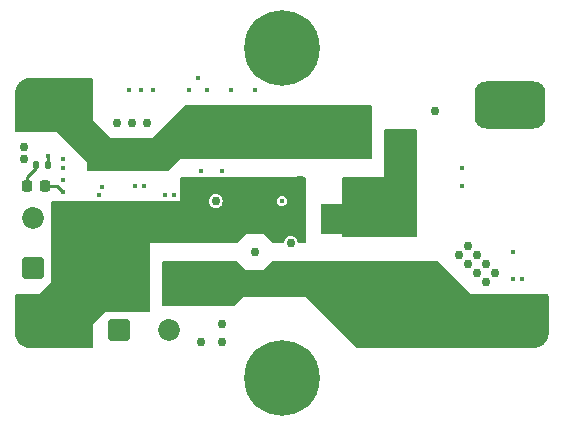
<source format=gbr>
%TF.GenerationSoftware,KiCad,Pcbnew,(7.0.0-0)*%
%TF.CreationDate,2023-08-11T18:05:37-07:00*%
%TF.ProjectId,Headlights_Driver,48656164-6c69-4676-9874-735f44726976,rev?*%
%TF.SameCoordinates,Original*%
%TF.FileFunction,Copper,L4,Bot*%
%TF.FilePolarity,Positive*%
%FSLAX46Y46*%
G04 Gerber Fmt 4.6, Leading zero omitted, Abs format (unit mm)*
G04 Created by KiCad (PCBNEW (7.0.0-0)) date 2023-08-11 18:05:37*
%MOMM*%
%LPD*%
G01*
G04 APERTURE LIST*
G04 Aperture macros list*
%AMRoundRect*
0 Rectangle with rounded corners*
0 $1 Rounding radius*
0 $2 $3 $4 $5 $6 $7 $8 $9 X,Y pos of 4 corners*
0 Add a 4 corners polygon primitive as box body*
4,1,4,$2,$3,$4,$5,$6,$7,$8,$9,$2,$3,0*
0 Add four circle primitives for the rounded corners*
1,1,$1+$1,$2,$3*
1,1,$1+$1,$4,$5*
1,1,$1+$1,$6,$7*
1,1,$1+$1,$8,$9*
0 Add four rect primitives between the rounded corners*
20,1,$1+$1,$2,$3,$4,$5,0*
20,1,$1+$1,$4,$5,$6,$7,0*
20,1,$1+$1,$6,$7,$8,$9,0*
20,1,$1+$1,$8,$9,$2,$3,0*%
G04 Aperture macros list end*
%TA.AperFunction,ComponentPad*%
%ADD10C,0.600000*%
%TD*%
%TA.AperFunction,SMDPad,CuDef*%
%ADD11R,2.400000X1.650000*%
%TD*%
%TA.AperFunction,ComponentPad*%
%ADD12C,0.800000*%
%TD*%
%TA.AperFunction,ComponentPad*%
%ADD13C,6.400000*%
%TD*%
%TA.AperFunction,ComponentPad*%
%ADD14RoundRect,0.250000X-0.675000X-0.675000X0.675000X-0.675000X0.675000X0.675000X-0.675000X0.675000X0*%
%TD*%
%TA.AperFunction,ComponentPad*%
%ADD15C,1.850000*%
%TD*%
%TA.AperFunction,SMDPad,CuDef*%
%ADD16RoundRect,1.000000X2.000000X-1.000000X2.000000X1.000000X-2.000000X1.000000X-2.000000X-1.000000X0*%
%TD*%
%TA.AperFunction,SMDPad,CuDef*%
%ADD17RoundRect,0.135000X0.135000X0.185000X-0.135000X0.185000X-0.135000X-0.185000X0.135000X-0.185000X0*%
%TD*%
%TA.AperFunction,SMDPad,CuDef*%
%ADD18RoundRect,0.250000X2.450000X-0.650000X2.450000X0.650000X-2.450000X0.650000X-2.450000X-0.650000X0*%
%TD*%
%TA.AperFunction,SMDPad,CuDef*%
%ADD19RoundRect,0.250000X-2.450000X0.650000X-2.450000X-0.650000X2.450000X-0.650000X2.450000X0.650000X0*%
%TD*%
%TA.AperFunction,SMDPad,CuDef*%
%ADD20RoundRect,0.250000X-0.650000X0.325000X-0.650000X-0.325000X0.650000X-0.325000X0.650000X0.325000X0*%
%TD*%
%TA.AperFunction,ComponentPad*%
%ADD21RoundRect,0.250000X0.675000X-0.675000X0.675000X0.675000X-0.675000X0.675000X-0.675000X-0.675000X0*%
%TD*%
%TA.AperFunction,SMDPad,CuDef*%
%ADD22RoundRect,0.218750X0.218750X0.256250X-0.218750X0.256250X-0.218750X-0.256250X0.218750X-0.256250X0*%
%TD*%
%TA.AperFunction,SMDPad,CuDef*%
%ADD23R,8.200000X2.600000*%
%TD*%
%TA.AperFunction,ViaPad*%
%ADD24C,0.450000*%
%TD*%
%TA.AperFunction,ViaPad*%
%ADD25C,0.762000*%
%TD*%
%TA.AperFunction,Conductor*%
%ADD26C,0.254000*%
%TD*%
G04 APERTURE END LIST*
D10*
%TO.P,U3,11,EP*%
%TO.N,GND*%
X141380000Y-78458000D03*
X143100000Y-78458000D03*
X142240000Y-77978000D03*
D11*
X142239999Y-77977999D03*
D10*
X141380000Y-77498000D03*
X143100000Y-77498000D03*
%TD*%
D12*
%TO.P,H2,1,1*%
%TO.N,GND*%
X143650000Y-91440000D03*
X144352944Y-89742944D03*
X144352944Y-93137056D03*
X146050000Y-89040000D03*
D13*
X146050000Y-91440000D03*
D12*
X146050000Y-93840000D03*
X147747056Y-89742944D03*
X147747056Y-93137056D03*
X148450000Y-91440000D03*
%TD*%
%TO.P,H1,1,1*%
%TO.N,GND*%
X143650000Y-63500000D03*
X144352944Y-61802944D03*
X144352944Y-65197056D03*
X146050000Y-61100000D03*
D13*
X146050000Y-63500000D03*
D12*
X146050000Y-65900000D03*
X147747056Y-61802944D03*
X147747056Y-65197056D03*
X148450000Y-63500000D03*
%TD*%
D14*
%TO.P,J7,1,Pin_1*%
%TO.N,GND*%
X132266000Y-87376000D03*
D15*
%TO.P,J7,2,Pin_2*%
%TO.N,Vdrive*%
X136466000Y-87376000D03*
%TD*%
D16*
%TO.P,J9,1,Pin_1*%
%TO.N,/LED-*%
X165354000Y-68326000D03*
%TD*%
%TO.P,J8,1,Pin_1*%
%TO.N,/LED+*%
X165354000Y-86614000D03*
%TD*%
D17*
%TO.P,R14,1*%
%TO.N,/STATUS*%
X126240000Y-73406000D03*
%TO.P,R14,2*%
%TO.N,Net-(D3-A)*%
X125220000Y-73406000D03*
%TD*%
D18*
%TO.P,C22,1*%
%TO.N,/LED+*%
X145288000Y-83322000D03*
%TO.P,C22,2*%
%TO.N,GND*%
X145288000Y-78222000D03*
%TD*%
D16*
%TO.P,J1,1,Pin_1*%
%TO.N,VS*%
X126746000Y-68326000D03*
%TD*%
D19*
%TO.P,C19,1*%
%TO.N,VS*%
X132588000Y-72634000D03*
%TO.P,C19,2*%
%TO.N,GND*%
X132588000Y-77734000D03*
%TD*%
D20*
%TO.P,C23,1*%
%TO.N,VS*%
X141478000Y-72185000D03*
%TO.P,C23,2*%
%TO.N,GND*%
X141478000Y-75135000D03*
%TD*%
D21*
%TO.P,J4,1,Pin_1*%
%TO.N,GND*%
X124968000Y-82110000D03*
D15*
%TO.P,J4,2,Pin_2*%
%TO.N,VDD*%
X124968000Y-77910000D03*
%TD*%
D20*
%TO.P,C21,1*%
%TO.N,VS*%
X144272000Y-72185000D03*
%TO.P,C21,2*%
%TO.N,GND*%
X144272000Y-75135000D03*
%TD*%
D22*
%TO.P,D3,1,K*%
%TO.N,GND*%
X126009500Y-75184000D03*
%TO.P,D3,2,A*%
%TO.N,Net-(D3-A)*%
X124434500Y-75184000D03*
%TD*%
D20*
%TO.P,C20,1*%
%TO.N,VS*%
X147066000Y-72185000D03*
%TO.P,C20,2*%
%TO.N,GND*%
X147066000Y-75135000D03*
%TD*%
%TO.P,C25,1*%
%TO.N,VS*%
X138684000Y-72185000D03*
%TO.P,C25,2*%
%TO.N,GND*%
X138684000Y-75135000D03*
%TD*%
D18*
%TO.P,C24,1*%
%TO.N,/LED+*%
X138938000Y-84074000D03*
%TO.P,C24,2*%
%TO.N,GND*%
X138938000Y-78974000D03*
%TD*%
D23*
%TO.P,L1,1,1*%
%TO.N,Net-(Q2-D)*%
X153415999Y-77971999D03*
%TO.P,L1,2,2*%
%TO.N,/LED+*%
X153415999Y-83571999D03*
%TD*%
D16*
%TO.P,J2,1,Pin_1*%
%TO.N,GND*%
X126746000Y-86614000D03*
%TD*%
D24*
%TO.N,GND*%
X165608000Y-83058000D03*
D25*
X162560000Y-81026000D03*
D24*
X130810000Y-75227500D03*
D25*
X134620000Y-69850000D03*
X161798000Y-80264000D03*
X124206000Y-72898000D03*
D24*
X133096000Y-67056000D03*
X135128000Y-67056000D03*
X143764000Y-67056000D03*
D25*
X147574000Y-77216000D03*
D24*
X134112000Y-67056000D03*
D25*
X124206000Y-71882000D03*
X161036000Y-81026000D03*
X162560000Y-82550000D03*
D24*
X127508000Y-72898000D03*
D25*
X161798000Y-81788000D03*
D24*
X166370000Y-83058000D03*
X141732000Y-67056000D03*
D25*
X147574000Y-75946000D03*
X163322000Y-81788000D03*
D24*
X127508000Y-73660000D03*
D25*
X133350000Y-69850000D03*
X147574000Y-74676000D03*
D24*
X139192000Y-73914000D03*
X161290000Y-73660000D03*
X127508000Y-75692000D03*
D25*
X164084000Y-82550000D03*
X163322000Y-83312000D03*
X132080000Y-69850000D03*
%TO.N,VDD*%
X140970000Y-88392000D03*
X139192000Y-88392000D03*
X140970000Y-86868000D03*
D24*
%TO.N,/SWDIO*%
X138938000Y-66040000D03*
X136144000Y-75946000D03*
%TO.N,/SWCLK*%
X136906000Y-75946000D03*
X138176000Y-67056000D03*
%TO.N,/DRVR_EN*%
X146050000Y-76454000D03*
X139700000Y-67056000D03*
D25*
%TO.N,Net-(Q2-D)*%
X156718000Y-74168000D03*
X153416000Y-78232000D03*
X151892000Y-76708000D03*
X151892000Y-75184000D03*
X156718000Y-72644000D03*
X153416000Y-75184000D03*
X156718000Y-77216000D03*
X156718000Y-71120000D03*
X156718000Y-75692000D03*
X156718000Y-78740000D03*
X153416000Y-76708000D03*
X151892000Y-78232000D03*
D24*
%TO.N,/STATUS*%
X126238000Y-72644000D03*
X133604000Y-75184000D03*
D25*
%TO.N,/LED-*%
X163322000Y-67056000D03*
X167386000Y-67056000D03*
X165354000Y-68326000D03*
X163322000Y-69596000D03*
X167386000Y-69596000D03*
%TO.N,VS*%
X152908000Y-70612000D03*
X152908000Y-69088000D03*
X151384000Y-70612000D03*
X151384000Y-69088000D03*
X151384000Y-72136000D03*
X152908000Y-72136000D03*
%TO.N,Net-(D1-K)*%
X159004000Y-68834000D03*
X143764000Y-80772000D03*
D24*
%TO.N,/LOW*%
X140970000Y-73914000D03*
X134384646Y-75184000D03*
D25*
%TO.N,Net-(D2-K)*%
X140462000Y-76454000D03*
X146812000Y-80010000D03*
D24*
%TO.N,Net-(R3-Pad2)*%
X165608000Y-80772000D03*
X127508000Y-74676000D03*
%TO.N,Net-(R15-Pad1)*%
X130556000Y-75946000D03*
X161290000Y-75184000D03*
%TD*%
D26*
%TO.N,GND*%
X126009500Y-75184000D02*
X127000000Y-75184000D01*
X127000000Y-75184000D02*
X127508000Y-75692000D01*
%TO.N,/STATUS*%
X126240000Y-73406000D02*
X126240000Y-72646000D01*
X126240000Y-72646000D02*
X126238000Y-72644000D01*
%TO.N,Net-(D3-A)*%
X124434500Y-74447500D02*
X124434500Y-75184000D01*
X125220000Y-73406000D02*
X125220000Y-73662000D01*
X125220000Y-73662000D02*
X124434500Y-74447500D01*
%TD*%
%TA.AperFunction,Conductor*%
%TO.N,Net-(Q2-D)*%
G36*
X157417000Y-70374881D02*
G01*
X157463119Y-70421000D01*
X157480000Y-70484000D01*
X157480000Y-79376000D01*
X157463119Y-79439000D01*
X157417000Y-79485119D01*
X157354000Y-79502000D01*
X151256000Y-79502000D01*
X151193000Y-79485119D01*
X151146881Y-79439000D01*
X151130000Y-79376000D01*
X151130000Y-74548000D01*
X151146881Y-74485000D01*
X151193000Y-74438881D01*
X151256000Y-74422000D01*
X154669410Y-74422000D01*
X154686000Y-74422000D01*
X154686000Y-70484000D01*
X154702881Y-70421000D01*
X154749000Y-70374881D01*
X154812000Y-70358000D01*
X157354000Y-70358000D01*
X157417000Y-70374881D01*
G37*
%TD.AperFunction*%
%TD*%
%TA.AperFunction,Conductor*%
%TO.N,/LED+*%
G36*
X142236028Y-81543591D02*
G01*
X142276905Y-81570905D01*
X143002000Y-82296000D01*
X143014410Y-82296000D01*
X144513590Y-82296000D01*
X144526000Y-82296000D01*
X145251094Y-81570905D01*
X145291972Y-81543591D01*
X145340190Y-81534000D01*
X159205810Y-81534000D01*
X159254028Y-81543591D01*
X159294905Y-81570905D01*
X162052000Y-84328000D01*
X168519500Y-84328000D01*
X168582500Y-84344881D01*
X168628619Y-84391000D01*
X168645500Y-84454000D01*
X168645500Y-87625044D01*
X168645112Y-87634930D01*
X168630771Y-87817143D01*
X168627678Y-87836671D01*
X168586170Y-88009566D01*
X168580060Y-88028370D01*
X168512018Y-88192637D01*
X168503042Y-88210254D01*
X168410137Y-88361861D01*
X168398515Y-88377857D01*
X168283040Y-88513060D01*
X168269060Y-88527040D01*
X168133857Y-88642515D01*
X168117861Y-88654137D01*
X167966254Y-88747042D01*
X167948637Y-88756018D01*
X167784370Y-88824060D01*
X167765566Y-88830170D01*
X167592671Y-88871678D01*
X167573143Y-88874771D01*
X167390930Y-88889112D01*
X167381044Y-88889500D01*
X156736137Y-88889500D01*
X156736051Y-88889488D01*
X156736051Y-88889478D01*
X156735977Y-88889477D01*
X156735970Y-88889477D01*
X156640225Y-88889475D01*
X156640223Y-88889475D01*
X156635272Y-88889475D01*
X156630390Y-88890248D01*
X156630379Y-88890249D01*
X156578607Y-88898449D01*
X156558898Y-88900000D01*
X152452190Y-88900000D01*
X152403972Y-88890409D01*
X152363095Y-88863095D01*
X148090775Y-84590775D01*
X148082000Y-84582000D01*
X148069590Y-84582000D01*
X142760410Y-84582000D01*
X142748000Y-84582000D01*
X142739227Y-84590772D01*
X142739224Y-84590775D01*
X142022905Y-85307095D01*
X141982028Y-85334409D01*
X141933810Y-85344000D01*
X136016000Y-85344000D01*
X135953000Y-85327119D01*
X135906881Y-85281000D01*
X135890000Y-85218000D01*
X135890000Y-81660000D01*
X135906881Y-81597000D01*
X135953000Y-81550881D01*
X136016000Y-81534000D01*
X142187810Y-81534000D01*
X142236028Y-81543591D01*
G37*
%TD.AperFunction*%
%TD*%
%TA.AperFunction,Conductor*%
%TO.N,GND*%
G36*
X148019000Y-74438881D02*
G01*
X148065119Y-74485000D01*
X148082000Y-74548000D01*
X148082000Y-79884000D01*
X148065119Y-79947000D01*
X148019000Y-79993119D01*
X147956000Y-80010000D01*
X147509017Y-80010000D01*
X147450837Y-79995763D01*
X147405804Y-79956271D01*
X147384095Y-79900446D01*
X147381930Y-79884000D01*
X147378533Y-79858198D01*
X147319939Y-79716741D01*
X147226731Y-79595269D01*
X147220185Y-79590246D01*
X147111810Y-79507087D01*
X147111806Y-79507084D01*
X147105259Y-79502061D01*
X147088119Y-79494961D01*
X146971428Y-79446625D01*
X146971422Y-79446623D01*
X146963802Y-79443467D01*
X146955618Y-79442389D01*
X146955616Y-79442389D01*
X146820188Y-79424560D01*
X146812000Y-79423482D01*
X146803812Y-79424560D01*
X146668383Y-79442389D01*
X146668379Y-79442389D01*
X146660198Y-79443467D01*
X146652579Y-79446622D01*
X146652571Y-79446625D01*
X146526369Y-79498901D01*
X146526366Y-79498902D01*
X146518741Y-79502061D01*
X146512196Y-79507082D01*
X146512189Y-79507087D01*
X146403814Y-79590246D01*
X146403810Y-79590249D01*
X146397269Y-79595269D01*
X146392249Y-79601810D01*
X146392246Y-79601814D01*
X146309087Y-79710189D01*
X146309082Y-79710196D01*
X146304061Y-79716741D01*
X146300902Y-79724366D01*
X146300901Y-79724369D01*
X146248625Y-79850571D01*
X146248622Y-79850579D01*
X146245467Y-79858198D01*
X146244389Y-79866379D01*
X146244389Y-79866383D01*
X146239905Y-79900446D01*
X146218196Y-79956271D01*
X146173163Y-79995763D01*
X146114983Y-80010000D01*
X145340190Y-80010000D01*
X145291972Y-80000409D01*
X145251095Y-79973095D01*
X144534775Y-79256775D01*
X144526000Y-79248000D01*
X144513590Y-79248000D01*
X143014410Y-79248000D01*
X143002000Y-79248000D01*
X142993227Y-79256772D01*
X142993224Y-79256775D01*
X142276905Y-79973095D01*
X142236028Y-80000409D01*
X142187810Y-80010000D01*
X134874000Y-80010000D01*
X134874000Y-80026590D01*
X134874000Y-85726000D01*
X134857119Y-85789000D01*
X134811000Y-85835119D01*
X134748000Y-85852000D01*
X131064000Y-85852000D01*
X131055227Y-85860772D01*
X131055224Y-85860775D01*
X130056775Y-86859224D01*
X130056772Y-86859227D01*
X130048000Y-86868000D01*
X130048000Y-86880410D01*
X130048000Y-88763500D01*
X130031119Y-88826500D01*
X129985000Y-88872619D01*
X129922000Y-88889500D01*
X124718956Y-88889500D01*
X124709070Y-88889112D01*
X124526856Y-88874771D01*
X124507328Y-88871678D01*
X124334433Y-88830170D01*
X124315629Y-88824060D01*
X124151362Y-88756018D01*
X124133745Y-88747042D01*
X123982138Y-88654137D01*
X123966142Y-88642515D01*
X123830939Y-88527040D01*
X123816959Y-88513060D01*
X123701484Y-88377857D01*
X123689862Y-88361861D01*
X123596957Y-88210254D01*
X123587981Y-88192637D01*
X123519937Y-88028365D01*
X123513829Y-88009566D01*
X123472319Y-87836661D01*
X123469229Y-87817154D01*
X123454887Y-87634929D01*
X123454500Y-87625044D01*
X123454500Y-84454000D01*
X123471381Y-84391000D01*
X123517500Y-84344881D01*
X123580500Y-84328000D01*
X125463590Y-84328000D01*
X125476000Y-84328000D01*
X126492000Y-83312000D01*
X126492000Y-76580000D01*
X126508881Y-76517000D01*
X126555000Y-76470881D01*
X126618000Y-76454000D01*
X137397410Y-76454000D01*
X137414000Y-76454000D01*
X139875482Y-76454000D01*
X139895467Y-76605802D01*
X139898623Y-76613422D01*
X139898625Y-76613428D01*
X139933817Y-76698387D01*
X139954061Y-76747259D01*
X139959084Y-76753806D01*
X139959087Y-76753810D01*
X139996470Y-76802528D01*
X140047269Y-76868731D01*
X140053814Y-76873753D01*
X140162189Y-76956912D01*
X140162191Y-76956913D01*
X140168741Y-76961939D01*
X140268780Y-77003377D01*
X140302571Y-77017374D01*
X140302572Y-77017374D01*
X140310198Y-77020533D01*
X140462000Y-77040518D01*
X140613802Y-77020533D01*
X140755259Y-76961939D01*
X140876731Y-76868731D01*
X140969939Y-76747259D01*
X141028533Y-76605802D01*
X141048518Y-76454000D01*
X145619196Y-76454000D01*
X145640281Y-76587126D01*
X145644779Y-76595955D01*
X145644781Y-76595959D01*
X145696971Y-76698387D01*
X145701472Y-76707220D01*
X145796780Y-76802528D01*
X145916874Y-76863719D01*
X146050000Y-76884804D01*
X146183126Y-76863719D01*
X146303220Y-76802528D01*
X146398528Y-76707220D01*
X146459719Y-76587126D01*
X146480804Y-76454000D01*
X146459719Y-76320874D01*
X146398528Y-76200780D01*
X146303220Y-76105472D01*
X146294388Y-76100972D01*
X146294387Y-76100971D01*
X146191959Y-76048781D01*
X146191955Y-76048779D01*
X146183126Y-76044281D01*
X146173334Y-76042730D01*
X146059793Y-76024747D01*
X146050000Y-76023196D01*
X146040207Y-76024747D01*
X145926665Y-76042730D01*
X145926663Y-76042730D01*
X145916874Y-76044281D01*
X145908046Y-76048778D01*
X145908040Y-76048781D01*
X145805612Y-76100971D01*
X145805608Y-76100973D01*
X145796780Y-76105472D01*
X145789771Y-76112480D01*
X145789768Y-76112483D01*
X145708483Y-76193768D01*
X145708480Y-76193771D01*
X145701472Y-76200780D01*
X145696973Y-76209608D01*
X145696971Y-76209612D01*
X145644781Y-76312040D01*
X145644778Y-76312046D01*
X145640281Y-76320874D01*
X145638730Y-76330663D01*
X145638730Y-76330665D01*
X145620747Y-76444207D01*
X145619196Y-76454000D01*
X141048518Y-76454000D01*
X141028533Y-76302198D01*
X140969939Y-76160741D01*
X140950563Y-76135490D01*
X140881753Y-76045814D01*
X140876731Y-76039269D01*
X140870185Y-76034246D01*
X140761810Y-75951087D01*
X140761806Y-75951084D01*
X140755259Y-75946061D01*
X140738119Y-75938961D01*
X140621428Y-75890625D01*
X140621422Y-75890623D01*
X140613802Y-75887467D01*
X140605618Y-75886389D01*
X140605616Y-75886389D01*
X140470188Y-75868560D01*
X140462000Y-75867482D01*
X140453812Y-75868560D01*
X140318383Y-75886389D01*
X140318379Y-75886389D01*
X140310198Y-75887467D01*
X140302579Y-75890622D01*
X140302571Y-75890625D01*
X140176369Y-75942901D01*
X140176366Y-75942902D01*
X140168741Y-75946061D01*
X140162196Y-75951082D01*
X140162189Y-75951087D01*
X140053814Y-76034246D01*
X140053810Y-76034249D01*
X140047269Y-76039269D01*
X140042249Y-76045810D01*
X140042246Y-76045814D01*
X139959087Y-76154189D01*
X139959082Y-76154196D01*
X139954061Y-76160741D01*
X139950902Y-76168366D01*
X139950901Y-76168369D01*
X139898625Y-76294571D01*
X139898622Y-76294579D01*
X139895467Y-76302198D01*
X139875482Y-76454000D01*
X137414000Y-76454000D01*
X137414000Y-74548000D01*
X137430881Y-74485000D01*
X137477000Y-74438881D01*
X137540000Y-74422000D01*
X147956000Y-74422000D01*
X148019000Y-74438881D01*
G37*
%TD.AperFunction*%
%TD*%
%TA.AperFunction,Conductor*%
%TO.N,VS*%
G36*
X129985000Y-66067381D02*
G01*
X130031119Y-66113500D01*
X130048000Y-66176500D01*
X130048000Y-69596000D01*
X131572000Y-71120000D01*
X131584410Y-71120000D01*
X135115590Y-71120000D01*
X135128000Y-71120000D01*
X137885095Y-68362905D01*
X137925972Y-68335591D01*
X137974190Y-68326000D01*
X153544000Y-68326000D01*
X153607000Y-68342881D01*
X153653119Y-68389000D01*
X153670000Y-68452000D01*
X153670000Y-72772000D01*
X153653119Y-72835000D01*
X153607000Y-72881119D01*
X153544000Y-72898000D01*
X137414000Y-72898000D01*
X137405227Y-72906772D01*
X137405224Y-72906775D01*
X136434905Y-73877095D01*
X136394028Y-73904409D01*
X136345810Y-73914000D01*
X129666000Y-73914000D01*
X129603000Y-73897119D01*
X129556881Y-73851000D01*
X129540000Y-73788000D01*
X129540000Y-73164410D01*
X129540000Y-73152000D01*
X127000000Y-70612000D01*
X126987590Y-70612000D01*
X123580500Y-70612000D01*
X123517500Y-70595119D01*
X123471381Y-70549000D01*
X123454500Y-70486000D01*
X123454500Y-67314956D01*
X123454888Y-67305071D01*
X123455854Y-67292793D01*
X123469229Y-67122845D01*
X123472318Y-67103340D01*
X123513831Y-66930424D01*
X123519935Y-66911638D01*
X123587983Y-66747356D01*
X123596953Y-66729750D01*
X123689864Y-66578134D01*
X123701481Y-66562145D01*
X123816960Y-66426937D01*
X123830939Y-66412959D01*
X123924220Y-66333289D01*
X123966145Y-66297481D01*
X123982134Y-66285864D01*
X124133750Y-66192953D01*
X124151356Y-66183983D01*
X124315638Y-66115935D01*
X124334424Y-66109831D01*
X124507340Y-66068318D01*
X124526845Y-66065229D01*
X124696793Y-66051854D01*
X124709071Y-66050888D01*
X124718956Y-66050500D01*
X129922000Y-66050500D01*
X129985000Y-66067381D01*
G37*
%TD.AperFunction*%
%TD*%
M02*

</source>
